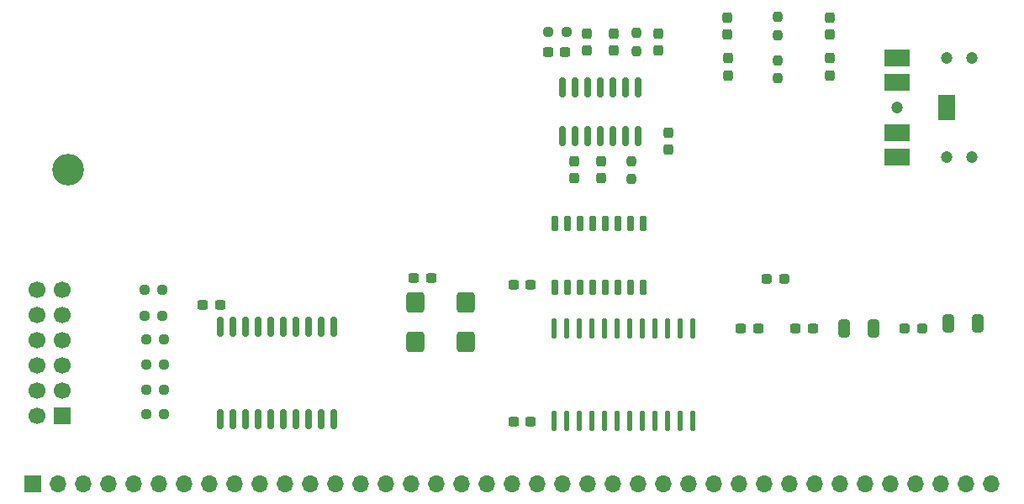
<source format=gbr>
%TF.GenerationSoftware,KiCad,Pcbnew,9.0.1+1*%
%TF.CreationDate,2025-08-28T22:24:37+00:00*%
%TF.ProjectId,rcbus-ymf262,72636275-732d-4796-9d66-3236322e6b69,@version@*%
%TF.SameCoordinates,Original*%
%TF.FileFunction,Soldermask,Top*%
%TF.FilePolarity,Negative*%
%FSLAX46Y46*%
G04 Gerber Fmt 4.6, Leading zero omitted, Abs format (unit mm)*
G04 Created by KiCad (PCBNEW 9.0.1+1) date 2025-08-28 22:24:37*
%MOMM*%
%LPD*%
G01*
G04 APERTURE LIST*
G04 Aperture macros list*
%AMRoundRect*
0 Rectangle with rounded corners*
0 $1 Rounding radius*
0 $2 $3 $4 $5 $6 $7 $8 $9 X,Y pos of 4 corners*
0 Add a 4 corners polygon primitive as box body*
4,1,4,$2,$3,$4,$5,$6,$7,$8,$9,$2,$3,0*
0 Add four circle primitives for the rounded corners*
1,1,$1+$1,$2,$3*
1,1,$1+$1,$4,$5*
1,1,$1+$1,$6,$7*
1,1,$1+$1,$8,$9*
0 Add four rect primitives between the rounded corners*
20,1,$1+$1,$2,$3,$4,$5,0*
20,1,$1+$1,$4,$5,$6,$7,0*
20,1,$1+$1,$6,$7,$8,$9,0*
20,1,$1+$1,$8,$9,$2,$3,0*%
G04 Aperture macros list end*
%ADD10RoundRect,0.237500X0.300000X0.237500X-0.300000X0.237500X-0.300000X-0.237500X0.300000X-0.237500X0*%
%ADD11C,1.200000*%
%ADD12R,2.500000X1.800000*%
%ADD13R,1.800000X2.500000*%
%ADD14R,1.700000X1.700000*%
%ADD15C,1.700000*%
%ADD16C,3.200000*%
%ADD17O,1.700000X1.700000*%
%ADD18RoundRect,0.150000X0.150000X-0.875000X0.150000X0.875000X-0.150000X0.875000X-0.150000X-0.875000X0*%
%ADD19RoundRect,0.237500X-0.237500X0.300000X-0.237500X-0.300000X0.237500X-0.300000X0.237500X0.300000X0*%
%ADD20RoundRect,0.137500X0.137500X-0.862500X0.137500X0.862500X-0.137500X0.862500X-0.137500X-0.862500X0*%
%ADD21RoundRect,0.250000X-0.650000X-0.750000X0.650000X-0.750000X0.650000X0.750000X-0.650000X0.750000X0*%
%ADD22RoundRect,0.237500X-0.287500X-0.237500X0.287500X-0.237500X0.287500X0.237500X-0.287500X0.237500X0*%
%ADD23RoundRect,0.150000X0.150000X-0.650000X0.150000X0.650000X-0.150000X0.650000X-0.150000X-0.650000X0*%
%ADD24RoundRect,0.237500X-0.300000X-0.237500X0.300000X-0.237500X0.300000X0.237500X-0.300000X0.237500X0*%
%ADD25RoundRect,0.237500X0.250000X0.237500X-0.250000X0.237500X-0.250000X-0.237500X0.250000X-0.237500X0*%
%ADD26RoundRect,0.237500X-0.237500X0.250000X-0.237500X-0.250000X0.237500X-0.250000X0.237500X0.250000X0*%
%ADD27RoundRect,0.237500X0.237500X-0.300000X0.237500X0.300000X-0.237500X0.300000X-0.237500X-0.300000X0*%
%ADD28RoundRect,0.237500X0.237500X-0.250000X0.237500X0.250000X-0.237500X0.250000X-0.237500X-0.250000X0*%
%ADD29RoundRect,0.150000X0.150000X-0.825000X0.150000X0.825000X-0.150000X0.825000X-0.150000X-0.825000X0*%
%ADD30RoundRect,0.250000X-0.325000X-0.650000X0.325000X-0.650000X0.325000X0.650000X-0.325000X0.650000X0*%
%ADD31RoundRect,0.237500X0.287500X0.237500X-0.287500X0.237500X-0.287500X-0.237500X0.287500X-0.237500X0*%
G04 APERTURE END LIST*
D10*
%TO.C,C1*%
X112112500Y-156750000D03*
X110387500Y-156750000D03*
%TD*%
%TO.C,C7*%
X112112500Y-143000000D03*
X110387500Y-143000000D03*
%TD*%
D11*
%TO.C,CON1*%
X156569000Y-130095000D03*
X156569000Y-120095000D03*
X154069000Y-130095000D03*
X154069000Y-120095000D03*
X149069000Y-125095000D03*
D12*
X149069000Y-130095000D03*
X149069000Y-127595000D03*
D13*
X154069000Y-125095000D03*
D12*
X149069000Y-120095000D03*
X149069000Y-122595000D03*
%TD*%
D14*
%TO.C,JP1*%
X65000000Y-156160000D03*
D15*
X62460000Y-156160000D03*
X65000000Y-153620000D03*
X62460000Y-153620000D03*
X65000000Y-151080000D03*
X62460000Y-151080000D03*
X65000000Y-148540000D03*
X62460000Y-148540000D03*
X65000000Y-146000000D03*
X62460000Y-146000000D03*
X65000000Y-143460000D03*
X62460000Y-143460000D03*
%TD*%
D16*
%TO.C,H1*%
X65532000Y-131382000D03*
%TD*%
D14*
%TO.C,P1*%
X62000000Y-163000000D03*
D17*
X64540000Y-163000000D03*
X67080000Y-163000000D03*
X69620000Y-163000000D03*
X72160000Y-163000000D03*
X74700000Y-163000000D03*
X77240000Y-163000000D03*
X79780000Y-163000000D03*
X82320000Y-163000000D03*
X84860000Y-163000000D03*
X87400000Y-163000000D03*
X89940000Y-163000000D03*
X92480000Y-163000000D03*
X95020000Y-163000000D03*
X97560000Y-163000000D03*
X100100000Y-163000000D03*
X102640000Y-163000000D03*
X105180000Y-163000000D03*
X107720000Y-163000000D03*
X110260000Y-163000000D03*
X112800000Y-163000000D03*
X115340000Y-163000000D03*
X117880000Y-163000000D03*
X120420000Y-163000000D03*
X122960000Y-163000000D03*
X125500000Y-163000000D03*
X128040000Y-163000000D03*
X130580000Y-163000000D03*
X133120000Y-163000000D03*
X135660000Y-163000000D03*
X138200000Y-163000000D03*
X140740000Y-163000000D03*
X143280000Y-163000000D03*
X145820000Y-163000000D03*
X148360000Y-163000000D03*
X150900000Y-163000000D03*
X153440000Y-163000000D03*
X155980000Y-163000000D03*
X158520000Y-163000000D03*
%TD*%
D18*
%TO.C,U1*%
X80880000Y-156500000D03*
X82150000Y-156500000D03*
X83420000Y-156500000D03*
X84690000Y-156500000D03*
X85960000Y-156500000D03*
X87230000Y-156500000D03*
X88500000Y-156500000D03*
X89770000Y-156500000D03*
X91040000Y-156500000D03*
X92310000Y-156500000D03*
X92310000Y-147200000D03*
X91040000Y-147200000D03*
X89770000Y-147200000D03*
X88500000Y-147200000D03*
X87230000Y-147200000D03*
X85960000Y-147200000D03*
X84690000Y-147200000D03*
X83420000Y-147200000D03*
X82150000Y-147200000D03*
X80880000Y-147200000D03*
%TD*%
D19*
%TO.C,C11*%
X126000000Y-127637500D03*
X126000000Y-129362500D03*
%TD*%
%TO.C,C8*%
X116500000Y-130500000D03*
X116500000Y-132225000D03*
%TD*%
%TO.C,C12*%
X119250000Y-130500000D03*
X119250000Y-132225000D03*
%TD*%
D20*
%TO.C,U2*%
X114515000Y-156650000D03*
X115785000Y-156650000D03*
X117055000Y-156650000D03*
X118325000Y-156650000D03*
X119595000Y-156650000D03*
X120865000Y-156650000D03*
X122135000Y-156650000D03*
X123405000Y-156650000D03*
X124675000Y-156650000D03*
X125945000Y-156650000D03*
X127215000Y-156650000D03*
X128485000Y-156650000D03*
X128485000Y-147350000D03*
X127215000Y-147350000D03*
X125945000Y-147350000D03*
X124675000Y-147350000D03*
X123405000Y-147350000D03*
X122135000Y-147350000D03*
X120865000Y-147350000D03*
X119595000Y-147350000D03*
X118325000Y-147350000D03*
X117055000Y-147350000D03*
X115785000Y-147350000D03*
X114515000Y-147350000D03*
%TD*%
D10*
%TO.C,C6*%
X80862500Y-145000000D03*
X79137500Y-145000000D03*
%TD*%
D21*
%TO.C,Y1*%
X100500000Y-148750000D03*
X105580000Y-148750000D03*
X105580000Y-144750000D03*
X100500000Y-144750000D03*
%TD*%
D22*
%TO.C,L2*%
X149792400Y-147368100D03*
X151542400Y-147368100D03*
%TD*%
D23*
%TO.C,U3*%
X114555000Y-143250000D03*
X115825000Y-143250000D03*
X117095000Y-143250000D03*
X118365000Y-143250000D03*
X119635000Y-143250000D03*
X120905000Y-143250000D03*
X122175000Y-143250000D03*
X123445000Y-143250000D03*
X123445000Y-136750000D03*
X122175000Y-136750000D03*
X120905000Y-136750000D03*
X119635000Y-136750000D03*
X118365000Y-136750000D03*
X117095000Y-136750000D03*
X115825000Y-136750000D03*
X114555000Y-136750000D03*
%TD*%
D24*
%TO.C,C2*%
X133304900Y-147368100D03*
X135029900Y-147368100D03*
%TD*%
D25*
%TO.C,R6*%
X75225000Y-156020000D03*
X73400000Y-156020000D03*
%TD*%
D19*
%TO.C,C13*%
X125000000Y-117637500D03*
X125000000Y-119362500D03*
%TD*%
D26*
%TO.C,R10*%
X137000000Y-120337500D03*
X137000000Y-122162500D03*
%TD*%
D27*
%TO.C,C9*%
X120500000Y-119362500D03*
X120500000Y-117637500D03*
%TD*%
D25*
%TO.C,R5*%
X75225000Y-153510000D03*
X73400000Y-153510000D03*
%TD*%
%TO.C,R9*%
X115750000Y-117500000D03*
X113925000Y-117500000D03*
%TD*%
D27*
%TO.C,C17*%
X142250000Y-121862500D03*
X142250000Y-120137500D03*
%TD*%
D28*
%TO.C,R7*%
X122250000Y-132325000D03*
X122250000Y-130500000D03*
%TD*%
%TO.C,R8*%
X122750000Y-119412500D03*
X122750000Y-117587500D03*
%TD*%
D25*
%TO.C,R3*%
X75225000Y-148490000D03*
X73400000Y-148490000D03*
%TD*%
%TO.C,R1*%
X75050000Y-143470000D03*
X73225000Y-143470000D03*
%TD*%
D27*
%TO.C,C10*%
X117750000Y-119362500D03*
X117750000Y-117637500D03*
%TD*%
D25*
%TO.C,R2*%
X75050000Y-146060000D03*
X73225000Y-146060000D03*
%TD*%
D29*
%TO.C,U4*%
X115327500Y-127975000D03*
X116597500Y-127975000D03*
X117867500Y-127975000D03*
X119137500Y-127975000D03*
X120407500Y-127975000D03*
X121677500Y-127975000D03*
X122947500Y-127975000D03*
X122947500Y-123025000D03*
X121677500Y-123025000D03*
X120407500Y-123025000D03*
X119137500Y-123025000D03*
X117867500Y-123025000D03*
X116597500Y-123025000D03*
X115327500Y-123025000D03*
%TD*%
D27*
%TO.C,C16*%
X131964600Y-117750000D03*
X131964600Y-116025000D03*
%TD*%
D30*
%TO.C,C4*%
X143692400Y-147368100D03*
X146642400Y-147368100D03*
%TD*%
D25*
%TO.C,R4*%
X75225000Y-151000000D03*
X73400000Y-151000000D03*
%TD*%
D30*
%TO.C,C5*%
X154192400Y-146868100D03*
X157142400Y-146868100D03*
%TD*%
D27*
%TO.C,C18*%
X142239600Y-117750000D03*
X142239600Y-116025000D03*
%TD*%
%TO.C,C15*%
X132000000Y-121862500D03*
X132000000Y-120137500D03*
%TD*%
D26*
%TO.C,R11*%
X137014600Y-115975000D03*
X137014600Y-117800000D03*
%TD*%
D24*
%TO.C,C19*%
X100387500Y-142250000D03*
X102112500Y-142250000D03*
%TD*%
%TO.C,C3*%
X138804900Y-147368100D03*
X140529900Y-147368100D03*
%TD*%
D31*
%TO.C,L1*%
X137667400Y-142368100D03*
X135917400Y-142368100D03*
%TD*%
D10*
%TO.C,C14*%
X115612500Y-119500000D03*
X113887500Y-119500000D03*
%TD*%
M02*

</source>
